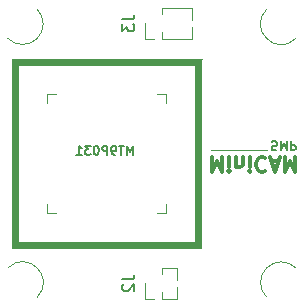
<source format=gbr>
G04 #@! TF.GenerationSoftware,KiCad,Pcbnew,(5.1.5)-3*
G04 #@! TF.CreationDate,2020-07-21T22:53:20-07:00*
G04 #@! TF.ProjectId,MiniCAM,4d696e69-4341-44d2-9e6b-696361645f70,rev?*
G04 #@! TF.SameCoordinates,Original*
G04 #@! TF.FileFunction,Legend,Bot*
G04 #@! TF.FilePolarity,Positive*
%FSLAX46Y46*%
G04 Gerber Fmt 4.6, Leading zero omitted, Abs format (unit mm)*
G04 Created by KiCad (PCBNEW (5.1.5)-3) date 2020-07-21 22:53:20*
%MOMM*%
%LPD*%
G04 APERTURE LIST*
%ADD10C,0.100000*%
%ADD11C,0.300000*%
%ADD12C,0.127000*%
%ADD13C,0.120000*%
%ADD14C,0.152400*%
%ADD15C,0.150000*%
G04 APERTURE END LIST*
D10*
G36*
X118477000Y-46113000D02*
G01*
X102477000Y-46113000D01*
X102977000Y-45613000D01*
X117977000Y-45613000D01*
X118477000Y-46113000D01*
G37*
X118477000Y-46113000D02*
X102477000Y-46113000D01*
X102977000Y-45613000D01*
X117977000Y-45613000D01*
X118477000Y-46113000D01*
G36*
X102990000Y-30600000D02*
G01*
X102990000Y-45600000D01*
X102490000Y-46100000D01*
X102490000Y-30100000D01*
X102990000Y-30600000D01*
G37*
X102990000Y-30600000D02*
X102990000Y-45600000D01*
X102490000Y-46100000D01*
X102490000Y-30100000D01*
X102990000Y-30600000D01*
G36*
X118003000Y-30613000D02*
G01*
X103003000Y-30613000D01*
X102503000Y-30113000D01*
X118503000Y-30113000D01*
X118003000Y-30613000D01*
G37*
X118003000Y-30613000D02*
X103003000Y-30613000D01*
X102503000Y-30113000D01*
X118503000Y-30113000D01*
X118003000Y-30613000D01*
G36*
X118490000Y-46113000D02*
G01*
X117990000Y-45613000D01*
X117990000Y-30613000D01*
X118490000Y-30113000D01*
X118490000Y-46113000D01*
G37*
X118490000Y-46113000D02*
X117990000Y-45613000D01*
X117990000Y-30613000D01*
X118490000Y-30113000D01*
X118490000Y-46113000D01*
D11*
X119377580Y-38427476D02*
X119377580Y-39697476D01*
X119800914Y-38790333D01*
X120224247Y-39697476D01*
X120224247Y-38427476D01*
X120829009Y-38427476D02*
X120829009Y-39274142D01*
X120829009Y-39697476D02*
X120768533Y-39637000D01*
X120829009Y-39576523D01*
X120889485Y-39637000D01*
X120829009Y-39697476D01*
X120829009Y-39576523D01*
X121433771Y-39274142D02*
X121433771Y-38427476D01*
X121433771Y-39153190D02*
X121494247Y-39213666D01*
X121615200Y-39274142D01*
X121796628Y-39274142D01*
X121917580Y-39213666D01*
X121978057Y-39092714D01*
X121978057Y-38427476D01*
X122582819Y-38427476D02*
X122582819Y-39274142D01*
X122582819Y-39697476D02*
X122522342Y-39637000D01*
X122582819Y-39576523D01*
X122643295Y-39637000D01*
X122582819Y-39697476D01*
X122582819Y-39576523D01*
X123913295Y-38548428D02*
X123852819Y-38487952D01*
X123671390Y-38427476D01*
X123550438Y-38427476D01*
X123369009Y-38487952D01*
X123248057Y-38608904D01*
X123187580Y-38729857D01*
X123127104Y-38971761D01*
X123127104Y-39153190D01*
X123187580Y-39395095D01*
X123248057Y-39516047D01*
X123369009Y-39637000D01*
X123550438Y-39697476D01*
X123671390Y-39697476D01*
X123852819Y-39637000D01*
X123913295Y-39576523D01*
X124397104Y-38790333D02*
X125001866Y-38790333D01*
X124276152Y-38427476D02*
X124699485Y-39697476D01*
X125122819Y-38427476D01*
X125546152Y-38427476D02*
X125546152Y-39697476D01*
X125969485Y-38790333D01*
X126392819Y-39697476D01*
X126392819Y-38427476D01*
D12*
X124841000Y-37819085D02*
X124478142Y-37819085D01*
X124441857Y-37456228D01*
X124478142Y-37492514D01*
X124550714Y-37528800D01*
X124732142Y-37528800D01*
X124804714Y-37492514D01*
X124841000Y-37456228D01*
X124877285Y-37383657D01*
X124877285Y-37202228D01*
X124841000Y-37129657D01*
X124804714Y-37093371D01*
X124732142Y-37057085D01*
X124550714Y-37057085D01*
X124478142Y-37093371D01*
X124441857Y-37129657D01*
X125203857Y-37057085D02*
X125203857Y-37819085D01*
X125457857Y-37274800D01*
X125711857Y-37819085D01*
X125711857Y-37057085D01*
X126074714Y-37057085D02*
X126074714Y-37819085D01*
X126365000Y-37819085D01*
X126437571Y-37782800D01*
X126473857Y-37746514D01*
X126510142Y-37673942D01*
X126510142Y-37565085D01*
X126473857Y-37492514D01*
X126437571Y-37456228D01*
X126365000Y-37419942D01*
X126074714Y-37419942D01*
D13*
X124079000Y-37833600D02*
X119329200Y-37859000D01*
D14*
X112698711Y-38243628D02*
X112698711Y-37481628D01*
X112444711Y-38025914D01*
X112190711Y-37481628D01*
X112190711Y-38243628D01*
X111936711Y-37481628D02*
X111501282Y-37481628D01*
X111718997Y-38243628D02*
X111718997Y-37481628D01*
X111210997Y-38243628D02*
X111065854Y-38243628D01*
X110993282Y-38207342D01*
X110956997Y-38171056D01*
X110884425Y-38062199D01*
X110848140Y-37917056D01*
X110848140Y-37626771D01*
X110884425Y-37554199D01*
X110920711Y-37517914D01*
X110993282Y-37481628D01*
X111138425Y-37481628D01*
X111210997Y-37517914D01*
X111247282Y-37554199D01*
X111283568Y-37626771D01*
X111283568Y-37808199D01*
X111247282Y-37880771D01*
X111210997Y-37917056D01*
X111138425Y-37953342D01*
X110993282Y-37953342D01*
X110920711Y-37917056D01*
X110884425Y-37880771D01*
X110848140Y-37808199D01*
X110521568Y-38243628D02*
X110521568Y-37481628D01*
X110231282Y-37481628D01*
X110158711Y-37517914D01*
X110122425Y-37554199D01*
X110086140Y-37626771D01*
X110086140Y-37735628D01*
X110122425Y-37808199D01*
X110158711Y-37844485D01*
X110231282Y-37880771D01*
X110521568Y-37880771D01*
X109614425Y-37481628D02*
X109541854Y-37481628D01*
X109469282Y-37517914D01*
X109432997Y-37554199D01*
X109396711Y-37626771D01*
X109360425Y-37771914D01*
X109360425Y-37953342D01*
X109396711Y-38098485D01*
X109432997Y-38171056D01*
X109469282Y-38207342D01*
X109541854Y-38243628D01*
X109614425Y-38243628D01*
X109686997Y-38207342D01*
X109723282Y-38171056D01*
X109759568Y-38098485D01*
X109795854Y-37953342D01*
X109795854Y-37771914D01*
X109759568Y-37626771D01*
X109723282Y-37554199D01*
X109686997Y-37517914D01*
X109614425Y-37481628D01*
X109106425Y-37481628D02*
X108634711Y-37481628D01*
X108888711Y-37771914D01*
X108779854Y-37771914D01*
X108707282Y-37808199D01*
X108670997Y-37844485D01*
X108634711Y-37917056D01*
X108634711Y-38098485D01*
X108670997Y-38171056D01*
X108707282Y-38207342D01*
X108779854Y-38243628D01*
X108997568Y-38243628D01*
X109070140Y-38207342D01*
X109106425Y-38171056D01*
X107908997Y-38243628D02*
X108344425Y-38243628D01*
X108126711Y-38243628D02*
X108126711Y-37481628D01*
X108199282Y-37590485D01*
X108271854Y-37663056D01*
X108344425Y-37699342D01*
D13*
X124012563Y-50287437D02*
G75*
G02X126487437Y-47812563I1237437J1237437D01*
G01*
X102112563Y-47812563D02*
G75*
G02X104587437Y-50287437I1237437J-1237437D01*
G01*
X104587437Y-25912563D02*
G75*
G02X102112563Y-28387437I-1237437J-1237437D01*
G01*
X126487437Y-28387437D02*
G75*
G02X124012563Y-25912563I-1237437J1237437D01*
G01*
X113730000Y-27113000D02*
X113730000Y-28443000D01*
X113730000Y-28443000D02*
X114490000Y-28443000D01*
X115125000Y-28443000D02*
X117725000Y-28443000D01*
X117725000Y-27420530D02*
X117725000Y-28443000D01*
X117725000Y-25783000D02*
X117725000Y-26805470D01*
X115125000Y-25783000D02*
X117725000Y-25783000D01*
X115125000Y-27873000D02*
X115125000Y-28443000D01*
X115125000Y-25783000D02*
X115125000Y-26353000D01*
X115125000Y-47783000D02*
X115125000Y-48353000D01*
X115125000Y-49873000D02*
X115125000Y-50443000D01*
X115125000Y-47783000D02*
X116455000Y-47783000D01*
X116455000Y-47783000D02*
X116455000Y-48805470D01*
X116455000Y-49420530D02*
X116455000Y-50443000D01*
X115125000Y-50443000D02*
X116455000Y-50443000D01*
X113730000Y-50443000D02*
X114490000Y-50443000D01*
X113730000Y-49113000D02*
X113730000Y-50443000D01*
X115530000Y-33060000D02*
X115530000Y-33820000D01*
X114770000Y-33060000D02*
X115530000Y-33060000D01*
X105450000Y-33060000D02*
X105450000Y-33820000D01*
X106210000Y-33060000D02*
X105450000Y-33060000D01*
X105450000Y-43140000D02*
X105450000Y-42380000D01*
X106210000Y-43140000D02*
X105450000Y-43140000D01*
X115530000Y-43140000D02*
X115530000Y-42380000D01*
X114770000Y-43140000D02*
X115530000Y-43140000D01*
D15*
X111807380Y-26779666D02*
X112521666Y-26779666D01*
X112664523Y-26732047D01*
X112759761Y-26636809D01*
X112807380Y-26493952D01*
X112807380Y-26398714D01*
X111807380Y-27160619D02*
X111807380Y-27779666D01*
X112188333Y-27446333D01*
X112188333Y-27589190D01*
X112235952Y-27684428D01*
X112283571Y-27732047D01*
X112378809Y-27779666D01*
X112616904Y-27779666D01*
X112712142Y-27732047D01*
X112759761Y-27684428D01*
X112807380Y-27589190D01*
X112807380Y-27303476D01*
X112759761Y-27208238D01*
X112712142Y-27160619D01*
X111807380Y-48779666D02*
X112521666Y-48779666D01*
X112664523Y-48732047D01*
X112759761Y-48636809D01*
X112807380Y-48493952D01*
X112807380Y-48398714D01*
X111902619Y-49208238D02*
X111855000Y-49255857D01*
X111807380Y-49351095D01*
X111807380Y-49589190D01*
X111855000Y-49684428D01*
X111902619Y-49732047D01*
X111997857Y-49779666D01*
X112093095Y-49779666D01*
X112235952Y-49732047D01*
X112807380Y-49160619D01*
X112807380Y-49779666D01*
M02*

</source>
